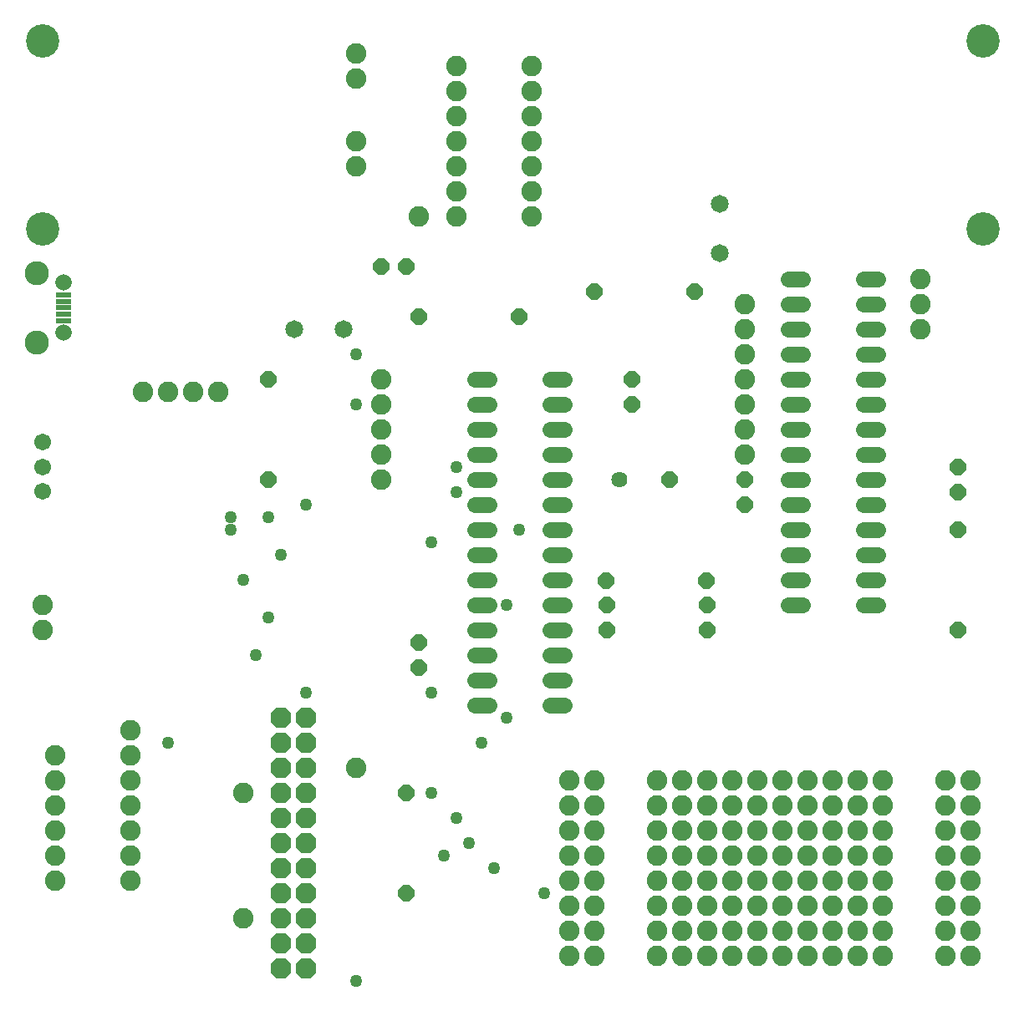
<source format=gts>
G75*
%MOIN*%
%OFA0B0*%
%FSLAX25Y25*%
%IPPOS*%
%LPD*%
%AMOC8*
5,1,8,0,0,1.08239X$1,22.5*
%
%ADD10C,0.13300*%
%ADD11C,0.06400*%
%ADD12R,0.06115X0.02375*%
%ADD13C,0.06546*%
%ADD14C,0.09658*%
%ADD15C,0.06743*%
%ADD16C,0.08200*%
%ADD17OC8,0.06400*%
%ADD18C,0.07137*%
%ADD19C,0.06400*%
%ADD20OC8,0.08200*%
%ADD21C,0.04965*%
D10*
X0116250Y0306300D03*
X0116250Y0381300D03*
X0491250Y0381300D03*
X0491250Y0306300D03*
D11*
X0449050Y0286300D02*
X0443450Y0286300D01*
X0443450Y0276300D02*
X0449050Y0276300D01*
X0449050Y0266300D02*
X0443450Y0266300D01*
X0443450Y0256300D02*
X0449050Y0256300D01*
X0449050Y0246300D02*
X0443450Y0246300D01*
X0443450Y0236300D02*
X0449050Y0236300D01*
X0449050Y0226300D02*
X0443450Y0226300D01*
X0443450Y0216300D02*
X0449050Y0216300D01*
X0449050Y0206300D02*
X0443450Y0206300D01*
X0443450Y0196300D02*
X0449050Y0196300D01*
X0449050Y0186300D02*
X0443450Y0186300D01*
X0443450Y0176300D02*
X0449050Y0176300D01*
X0449050Y0166300D02*
X0443450Y0166300D01*
X0443450Y0156300D02*
X0449050Y0156300D01*
X0419050Y0156300D02*
X0413450Y0156300D01*
X0413450Y0166300D02*
X0419050Y0166300D01*
X0419050Y0176300D02*
X0413450Y0176300D01*
X0413450Y0186300D02*
X0419050Y0186300D01*
X0419050Y0196300D02*
X0413450Y0196300D01*
X0413450Y0206300D02*
X0419050Y0206300D01*
X0419050Y0216300D02*
X0413450Y0216300D01*
X0413450Y0226300D02*
X0419050Y0226300D01*
X0419050Y0236300D02*
X0413450Y0236300D01*
X0413450Y0246300D02*
X0419050Y0246300D01*
X0419050Y0256300D02*
X0413450Y0256300D01*
X0413450Y0266300D02*
X0419050Y0266300D01*
X0419050Y0276300D02*
X0413450Y0276300D01*
X0413450Y0286300D02*
X0419050Y0286300D01*
X0324050Y0246300D02*
X0318450Y0246300D01*
X0318450Y0236300D02*
X0324050Y0236300D01*
X0324050Y0226300D02*
X0318450Y0226300D01*
X0318450Y0216300D02*
X0324050Y0216300D01*
X0324050Y0206300D02*
X0318450Y0206300D01*
X0318450Y0196300D02*
X0324050Y0196300D01*
X0324050Y0186300D02*
X0318450Y0186300D01*
X0318450Y0176300D02*
X0324050Y0176300D01*
X0324050Y0166300D02*
X0318450Y0166300D01*
X0318450Y0156300D02*
X0324050Y0156300D01*
X0324050Y0146300D02*
X0318450Y0146300D01*
X0318450Y0136300D02*
X0324050Y0136300D01*
X0324050Y0126300D02*
X0318450Y0126300D01*
X0318450Y0116300D02*
X0324050Y0116300D01*
X0294050Y0116300D02*
X0288450Y0116300D01*
X0288450Y0126300D02*
X0294050Y0126300D01*
X0294050Y0136300D02*
X0288450Y0136300D01*
X0288450Y0146300D02*
X0294050Y0146300D01*
X0294050Y0156300D02*
X0288450Y0156300D01*
X0288450Y0166300D02*
X0294050Y0166300D01*
X0294050Y0176300D02*
X0288450Y0176300D01*
X0288450Y0186300D02*
X0294050Y0186300D01*
X0294050Y0196300D02*
X0288450Y0196300D01*
X0288450Y0206300D02*
X0294050Y0206300D01*
X0294050Y0216300D02*
X0288450Y0216300D01*
X0288450Y0226300D02*
X0294050Y0226300D01*
X0294050Y0236300D02*
X0288450Y0236300D01*
X0288450Y0246300D02*
X0294050Y0246300D01*
D12*
X0124380Y0269682D03*
X0124380Y0272202D03*
X0124380Y0274800D03*
X0124380Y0277359D03*
X0124380Y0279918D03*
D13*
X0124380Y0284800D03*
X0124380Y0264800D03*
D14*
X0113750Y0261020D03*
X0113750Y0288580D03*
D15*
X0116250Y0221143D03*
X0116250Y0211300D03*
X0116250Y0201457D03*
D16*
X0121250Y0046300D03*
X0121250Y0056300D03*
X0121250Y0066300D03*
X0121250Y0076300D03*
X0121250Y0086300D03*
X0121250Y0096300D03*
X0151250Y0096300D03*
X0151250Y0106300D03*
X0151250Y0086300D03*
X0151250Y0076300D03*
X0151250Y0066300D03*
X0151250Y0056300D03*
X0151250Y0046300D03*
X0196250Y0031300D03*
X0196250Y0081300D03*
X0241250Y0091300D03*
X0326250Y0086300D03*
X0326250Y0076300D03*
X0336250Y0076300D03*
X0336250Y0086300D03*
X0336250Y0066300D03*
X0336250Y0056300D03*
X0326250Y0056300D03*
X0326250Y0066300D03*
X0326250Y0046300D03*
X0326250Y0036300D03*
X0336250Y0036300D03*
X0336250Y0046300D03*
X0336250Y0026300D03*
X0336250Y0016300D03*
X0326250Y0016300D03*
X0326250Y0026300D03*
X0361250Y0026300D03*
X0361250Y0016300D03*
X0371250Y0016300D03*
X0371250Y0026300D03*
X0381250Y0026300D03*
X0381250Y0016300D03*
X0391250Y0016300D03*
X0391250Y0026300D03*
X0401250Y0026300D03*
X0401250Y0016300D03*
X0411250Y0016300D03*
X0411250Y0026300D03*
X0421250Y0026300D03*
X0421250Y0016300D03*
X0431250Y0016300D03*
X0431250Y0026300D03*
X0441250Y0026300D03*
X0441250Y0016300D03*
X0451250Y0016300D03*
X0451250Y0026300D03*
X0451250Y0036300D03*
X0451250Y0046300D03*
X0441250Y0046300D03*
X0441250Y0036300D03*
X0431250Y0036300D03*
X0431250Y0046300D03*
X0421250Y0046300D03*
X0421250Y0036300D03*
X0411250Y0036300D03*
X0411250Y0046300D03*
X0401250Y0046300D03*
X0401250Y0036300D03*
X0391250Y0036300D03*
X0391250Y0046300D03*
X0381250Y0046300D03*
X0381250Y0036300D03*
X0371250Y0036300D03*
X0371250Y0046300D03*
X0361250Y0046300D03*
X0361250Y0036300D03*
X0361250Y0056300D03*
X0361250Y0066300D03*
X0371250Y0066300D03*
X0371250Y0056300D03*
X0381250Y0056300D03*
X0381250Y0066300D03*
X0391250Y0066300D03*
X0391250Y0056300D03*
X0401250Y0056300D03*
X0401250Y0066300D03*
X0411250Y0066300D03*
X0411250Y0056300D03*
X0421250Y0056300D03*
X0421250Y0066300D03*
X0431250Y0066300D03*
X0431250Y0056300D03*
X0441250Y0056300D03*
X0441250Y0066300D03*
X0451250Y0066300D03*
X0451250Y0056300D03*
X0451250Y0076300D03*
X0451250Y0086300D03*
X0441250Y0086300D03*
X0441250Y0076300D03*
X0431250Y0076300D03*
X0431250Y0086300D03*
X0421250Y0086300D03*
X0421250Y0076300D03*
X0411250Y0076300D03*
X0411250Y0086300D03*
X0401250Y0086300D03*
X0401250Y0076300D03*
X0391250Y0076300D03*
X0391250Y0086300D03*
X0381250Y0086300D03*
X0381250Y0076300D03*
X0371250Y0076300D03*
X0371250Y0086300D03*
X0361250Y0086300D03*
X0361250Y0076300D03*
X0476250Y0076300D03*
X0476250Y0086300D03*
X0486250Y0086300D03*
X0486250Y0076300D03*
X0486250Y0066300D03*
X0486250Y0056300D03*
X0476250Y0056300D03*
X0476250Y0066300D03*
X0476250Y0046300D03*
X0476250Y0036300D03*
X0486250Y0036300D03*
X0486250Y0046300D03*
X0486250Y0026300D03*
X0486250Y0016300D03*
X0476250Y0016300D03*
X0476250Y0026300D03*
X0251250Y0206300D03*
X0251250Y0216300D03*
X0251250Y0226300D03*
X0251250Y0236300D03*
X0251250Y0246300D03*
X0186250Y0241300D03*
X0176250Y0241300D03*
X0166250Y0241300D03*
X0156250Y0241300D03*
X0116250Y0156300D03*
X0116250Y0146300D03*
X0266250Y0311300D03*
X0281250Y0311300D03*
X0281250Y0321300D03*
X0281250Y0331300D03*
X0281250Y0341300D03*
X0281250Y0351300D03*
X0281250Y0361300D03*
X0281250Y0371300D03*
X0311250Y0371300D03*
X0311250Y0361300D03*
X0311250Y0351300D03*
X0311250Y0341300D03*
X0311250Y0331300D03*
X0311250Y0321300D03*
X0311250Y0311300D03*
X0241250Y0331300D03*
X0241250Y0341300D03*
X0241250Y0366300D03*
X0241250Y0376300D03*
X0396250Y0276300D03*
X0396250Y0266300D03*
X0396250Y0256300D03*
X0396250Y0246300D03*
X0396250Y0236300D03*
X0396250Y0226300D03*
X0396250Y0216300D03*
X0466250Y0266300D03*
X0466250Y0276300D03*
X0466250Y0286300D03*
D17*
X0376250Y0281300D03*
X0336250Y0281300D03*
X0306250Y0271300D03*
X0266250Y0271300D03*
X0261250Y0291300D03*
X0251250Y0291300D03*
X0206250Y0246300D03*
X0206250Y0206300D03*
X0266250Y0141300D03*
X0266250Y0131300D03*
X0261250Y0081300D03*
X0261250Y0041300D03*
X0341250Y0146300D03*
X0341250Y0156300D03*
X0340750Y0165800D03*
X0380750Y0165800D03*
X0381250Y0156300D03*
X0381250Y0146300D03*
X0396250Y0196300D03*
X0396250Y0206300D03*
X0366250Y0206300D03*
X0351250Y0236300D03*
X0351250Y0246300D03*
X0481250Y0211300D03*
X0481250Y0201300D03*
X0481250Y0186300D03*
X0481250Y0146300D03*
D18*
X0386250Y0296457D03*
X0386250Y0316143D03*
X0236093Y0266300D03*
X0216407Y0266300D03*
D19*
X0346250Y0206300D03*
D20*
X0221250Y0111300D03*
X0221250Y0101300D03*
X0211250Y0101300D03*
X0211250Y0111300D03*
X0211250Y0091300D03*
X0211250Y0081300D03*
X0221250Y0081300D03*
X0221250Y0091300D03*
X0221250Y0071300D03*
X0221250Y0061300D03*
X0211250Y0061300D03*
X0211250Y0071300D03*
X0211250Y0051300D03*
X0211250Y0041300D03*
X0221250Y0041300D03*
X0221250Y0051300D03*
X0221250Y0031300D03*
X0221250Y0021300D03*
X0211250Y0021300D03*
X0211250Y0031300D03*
X0211250Y0011300D03*
X0221250Y0011300D03*
D21*
X0241250Y0006300D03*
X0296250Y0051300D03*
X0286250Y0061300D03*
X0281250Y0071300D03*
X0271250Y0081300D03*
X0291250Y0101300D03*
X0301250Y0111300D03*
X0271250Y0121300D03*
X0301250Y0156300D03*
X0271250Y0181300D03*
X0281250Y0201300D03*
X0281250Y0211300D03*
X0306250Y0186300D03*
X0241250Y0236300D03*
X0241250Y0256300D03*
X0221250Y0196300D03*
X0206250Y0191300D03*
X0191250Y0191300D03*
X0191250Y0186300D03*
X0211250Y0176300D03*
X0196250Y0166300D03*
X0206250Y0151300D03*
X0201250Y0136300D03*
X0221250Y0121300D03*
X0166250Y0101300D03*
X0276250Y0056300D03*
X0316250Y0041300D03*
M02*

</source>
